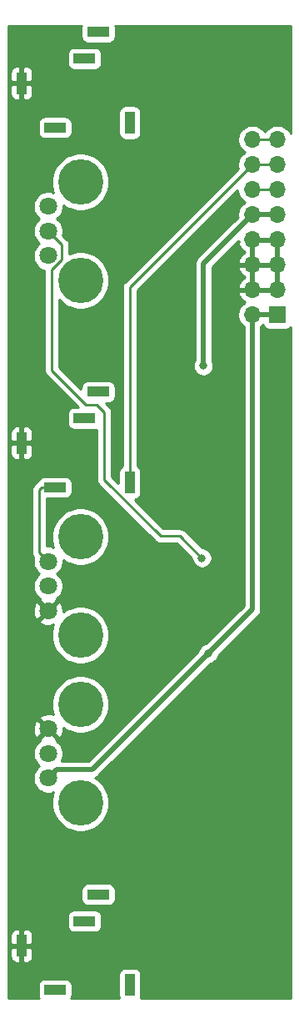
<source format=gbr>
G04 #@! TF.GenerationSoftware,KiCad,Pcbnew,(5.1.5)-3*
G04 #@! TF.CreationDate,2020-08-10T17:15:24-07:00*
G04 #@! TF.ProjectId,Notch_Filter,4e6f7463-685f-4466-996c-7465722e6b69,rev?*
G04 #@! TF.SameCoordinates,Original*
G04 #@! TF.FileFunction,Copper,L2,Bot*
G04 #@! TF.FilePolarity,Positive*
%FSLAX46Y46*%
G04 Gerber Fmt 4.6, Leading zero omitted, Abs format (unit mm)*
G04 Created by KiCad (PCBNEW (5.1.5)-3) date 2020-08-10 17:15:24*
%MOMM*%
%LPD*%
G04 APERTURE LIST*
%ADD10C,4.600000*%
%ADD11C,1.800000*%
%ADD12R,1.000000X2.200000*%
%ADD13R,2.200000X1.000000*%
%ADD14O,1.700000X1.700000*%
%ADD15R,1.700000X1.700000*%
%ADD16C,0.800000*%
%ADD17C,0.500000*%
%ADD18C,0.250000*%
%ADD19C,0.254000*%
G04 APERTURE END LIST*
D10*
X8000000Y-16500000D03*
X8000000Y-26500000D03*
D11*
X4700000Y-19000000D03*
X4700000Y-21500000D03*
X4700000Y-24000000D03*
D12*
X2000000Y-6500000D03*
D13*
X5400000Y-11000000D03*
D12*
X13000000Y-10500000D03*
D13*
X8400000Y-4000000D03*
X9800000Y-1300000D03*
D12*
X2000000Y-94000000D03*
D13*
X5400000Y-98500000D03*
D12*
X13000000Y-98000000D03*
D13*
X8400000Y-91500000D03*
X9800000Y-88800000D03*
D14*
X25460000Y-12220000D03*
X28000000Y-12220000D03*
X25460000Y-14760000D03*
X28000000Y-14760000D03*
X25460000Y-17300000D03*
X28000000Y-17300000D03*
X25460000Y-19840000D03*
X28000000Y-19840000D03*
X25460000Y-22380000D03*
X28000000Y-22380000D03*
X25460000Y-24920000D03*
X28000000Y-24920000D03*
X25460000Y-27460000D03*
X28000000Y-27460000D03*
X25460000Y-30000000D03*
D15*
X28000000Y-30000000D03*
D13*
X9800000Y-37800000D03*
X8400000Y-40500000D03*
D12*
X13000000Y-47000000D03*
D13*
X5400000Y-47500000D03*
D12*
X2000000Y-43000000D03*
D11*
X4700000Y-60000000D03*
X4700000Y-57500000D03*
X4700000Y-55000000D03*
D10*
X8000000Y-62500000D03*
X8000000Y-52500000D03*
X8000000Y-69500000D03*
X8000000Y-79500000D03*
D11*
X4700000Y-72000000D03*
X4700000Y-74500000D03*
X4700000Y-77000000D03*
D16*
X24638200Y-78490600D03*
X24717800Y-82818100D03*
X17730000Y-54573700D03*
X17000000Y-89837700D03*
X24630200Y-65907400D03*
X17000000Y-64167600D03*
X21000000Y-45197700D03*
X24638000Y-71120000D03*
X28500000Y-1500000D03*
X27000000Y-1500000D03*
X28500000Y-3000000D03*
X1500000Y-1500000D03*
X3000000Y-1500000D03*
X1500000Y-3000000D03*
X1500000Y-98500000D03*
X3000000Y-98500000D03*
X1500000Y-97000000D03*
X28500000Y-98500000D03*
X28500000Y-97000000D03*
X27000000Y-98500000D03*
X28000000Y-53000000D03*
X28000000Y-33000000D03*
X20487700Y-35166900D03*
X20988000Y-64332400D03*
X20334500Y-54664800D03*
D17*
X20487700Y-35166900D02*
X20487700Y-24812300D01*
X20487700Y-24812300D02*
X25460000Y-19840000D01*
X25460000Y-19840000D02*
X26399700Y-19840000D01*
X28000000Y-19840000D02*
X26399700Y-19840000D01*
X25460000Y-30000000D02*
X25460000Y-59860400D01*
X25460000Y-59860400D02*
X20988000Y-64332400D01*
X25460000Y-30000000D02*
X26399700Y-30000000D01*
X20988000Y-64332400D02*
X9170000Y-76150400D01*
X9170000Y-76150400D02*
X5549600Y-76150400D01*
X5549600Y-76150400D02*
X4700000Y-77000000D01*
X28000000Y-30000000D02*
X26399700Y-30000000D01*
D18*
X28000000Y-12220000D02*
X25460000Y-12220000D01*
X25460000Y-14760000D02*
X28000000Y-14760000D01*
X13000000Y-27220000D02*
X13000000Y-47000000D01*
X25460000Y-14760000D02*
X13000000Y-27220000D01*
X28000000Y-17300000D02*
X25460000Y-17300000D01*
X4062000Y-47500000D02*
X5400000Y-47500000D01*
X3810000Y-47752000D02*
X4062000Y-47500000D01*
X4700000Y-55000000D02*
X3810000Y-54110000D01*
X3810000Y-54110000D02*
X3810000Y-47752000D01*
X6096000Y-22896000D02*
X4700000Y-21500000D01*
X9652000Y-39116000D02*
X8562600Y-39116000D01*
X18114400Y-52444700D02*
X16122700Y-52444700D01*
X10414000Y-39878000D02*
X9652000Y-39116000D01*
X5080000Y-35633400D02*
X5080000Y-25426600D01*
X20334500Y-54664800D02*
X18114400Y-52444700D01*
X6096000Y-24410600D02*
X6096000Y-22896000D01*
X5080000Y-25426600D02*
X6096000Y-24410600D01*
X8562600Y-39116000D02*
X5080000Y-35633400D01*
X16122700Y-52444700D02*
X10414000Y-46736000D01*
X10414000Y-46736000D02*
X10414000Y-39878000D01*
D19*
G36*
X8074188Y-675518D02*
G01*
X8061928Y-800000D01*
X8061928Y-1800000D01*
X8074188Y-1924482D01*
X8110498Y-2044180D01*
X8169463Y-2154494D01*
X8248815Y-2251185D01*
X8345506Y-2330537D01*
X8455820Y-2389502D01*
X8575518Y-2425812D01*
X8700000Y-2438072D01*
X10900000Y-2438072D01*
X11024482Y-2425812D01*
X11144180Y-2389502D01*
X11254494Y-2330537D01*
X11351185Y-2251185D01*
X11430537Y-2154494D01*
X11489502Y-2044180D01*
X11525812Y-1924482D01*
X11538072Y-1800000D01*
X11538072Y-800000D01*
X11525812Y-675518D01*
X11521105Y-660000D01*
X29340000Y-660000D01*
X29340000Y-11574555D01*
X29315990Y-11516589D01*
X29153475Y-11273368D01*
X28946632Y-11066525D01*
X28703411Y-10904010D01*
X28433158Y-10792068D01*
X28146260Y-10735000D01*
X27853740Y-10735000D01*
X27566842Y-10792068D01*
X27296589Y-10904010D01*
X27053368Y-11066525D01*
X26846525Y-11273368D01*
X26730000Y-11447760D01*
X26613475Y-11273368D01*
X26406632Y-11066525D01*
X26163411Y-10904010D01*
X25893158Y-10792068D01*
X25606260Y-10735000D01*
X25313740Y-10735000D01*
X25026842Y-10792068D01*
X24756589Y-10904010D01*
X24513368Y-11066525D01*
X24306525Y-11273368D01*
X24144010Y-11516589D01*
X24032068Y-11786842D01*
X23975000Y-12073740D01*
X23975000Y-12366260D01*
X24032068Y-12653158D01*
X24144010Y-12923411D01*
X24306525Y-13166632D01*
X24513368Y-13373475D01*
X24687760Y-13490000D01*
X24513368Y-13606525D01*
X24306525Y-13813368D01*
X24144010Y-14056589D01*
X24032068Y-14326842D01*
X23975000Y-14613740D01*
X23975000Y-14906260D01*
X24018790Y-15126408D01*
X12489003Y-26656196D01*
X12459999Y-26679999D01*
X12404871Y-26747174D01*
X12365026Y-26795724D01*
X12294455Y-26927753D01*
X12294454Y-26927754D01*
X12250997Y-27071015D01*
X12240000Y-27182668D01*
X12240000Y-27182678D01*
X12236324Y-27220000D01*
X12240000Y-27257322D01*
X12240001Y-45318954D01*
X12145506Y-45369463D01*
X12048815Y-45448815D01*
X11969463Y-45545506D01*
X11910498Y-45655820D01*
X11874188Y-45775518D01*
X11861928Y-45900000D01*
X11861928Y-47109127D01*
X11174000Y-46421199D01*
X11174000Y-39915325D01*
X11177676Y-39878000D01*
X11174000Y-39840675D01*
X11174000Y-39840667D01*
X11163003Y-39729014D01*
X11119546Y-39585753D01*
X11048974Y-39453724D01*
X10954001Y-39337999D01*
X10925002Y-39314201D01*
X10548873Y-38938072D01*
X10900000Y-38938072D01*
X11024482Y-38925812D01*
X11144180Y-38889502D01*
X11254494Y-38830537D01*
X11351185Y-38751185D01*
X11430537Y-38654494D01*
X11489502Y-38544180D01*
X11525812Y-38424482D01*
X11538072Y-38300000D01*
X11538072Y-37300000D01*
X11525812Y-37175518D01*
X11489502Y-37055820D01*
X11430537Y-36945506D01*
X11351185Y-36848815D01*
X11254494Y-36769463D01*
X11144180Y-36710498D01*
X11024482Y-36674188D01*
X10900000Y-36661928D01*
X8700000Y-36661928D01*
X8575518Y-36674188D01*
X8455820Y-36710498D01*
X8345506Y-36769463D01*
X8248815Y-36848815D01*
X8169463Y-36945506D01*
X8110498Y-37055820D01*
X8074188Y-37175518D01*
X8061928Y-37300000D01*
X8061928Y-37540526D01*
X5840000Y-35318599D01*
X5840000Y-28490716D01*
X6129047Y-28779763D01*
X6609756Y-29100963D01*
X7143892Y-29322209D01*
X7710928Y-29435000D01*
X8289072Y-29435000D01*
X8856108Y-29322209D01*
X9390244Y-29100963D01*
X9870953Y-28779763D01*
X10279763Y-28370953D01*
X10600963Y-27890244D01*
X10822209Y-27356108D01*
X10935000Y-26789072D01*
X10935000Y-26210928D01*
X10822209Y-25643892D01*
X10600963Y-25109756D01*
X10279763Y-24629047D01*
X9870953Y-24220237D01*
X9390244Y-23899037D01*
X8856108Y-23677791D01*
X8289072Y-23565000D01*
X7710928Y-23565000D01*
X7143892Y-23677791D01*
X6856000Y-23797040D01*
X6856000Y-22933322D01*
X6859676Y-22895999D01*
X6856000Y-22858676D01*
X6856000Y-22858667D01*
X6845003Y-22747014D01*
X6801546Y-22603753D01*
X6734599Y-22478505D01*
X6730974Y-22471723D01*
X6659799Y-22384997D01*
X6636001Y-22355999D01*
X6607003Y-22332201D01*
X6183731Y-21908930D01*
X6235000Y-21651184D01*
X6235000Y-21348816D01*
X6176011Y-21052257D01*
X6060299Y-20772905D01*
X5892312Y-20521495D01*
X5678505Y-20307688D01*
X5592169Y-20250000D01*
X5678505Y-20192312D01*
X5892312Y-19978505D01*
X6060299Y-19727095D01*
X6176011Y-19447743D01*
X6235000Y-19151184D01*
X6235000Y-18850559D01*
X6609756Y-19100963D01*
X7143892Y-19322209D01*
X7710928Y-19435000D01*
X8289072Y-19435000D01*
X8856108Y-19322209D01*
X9390244Y-19100963D01*
X9870953Y-18779763D01*
X10279763Y-18370953D01*
X10600963Y-17890244D01*
X10822209Y-17356108D01*
X10935000Y-16789072D01*
X10935000Y-16210928D01*
X10822209Y-15643892D01*
X10600963Y-15109756D01*
X10279763Y-14629047D01*
X9870953Y-14220237D01*
X9390244Y-13899037D01*
X8856108Y-13677791D01*
X8289072Y-13565000D01*
X7710928Y-13565000D01*
X7143892Y-13677791D01*
X6609756Y-13899037D01*
X6129047Y-14220237D01*
X5720237Y-14629047D01*
X5399037Y-15109756D01*
X5177791Y-15643892D01*
X5065000Y-16210928D01*
X5065000Y-16789072D01*
X5177791Y-17356108D01*
X5267955Y-17573783D01*
X5147743Y-17523989D01*
X4851184Y-17465000D01*
X4548816Y-17465000D01*
X4252257Y-17523989D01*
X3972905Y-17639701D01*
X3721495Y-17807688D01*
X3507688Y-18021495D01*
X3339701Y-18272905D01*
X3223989Y-18552257D01*
X3165000Y-18848816D01*
X3165000Y-19151184D01*
X3223989Y-19447743D01*
X3339701Y-19727095D01*
X3507688Y-19978505D01*
X3721495Y-20192312D01*
X3807831Y-20250000D01*
X3721495Y-20307688D01*
X3507688Y-20521495D01*
X3339701Y-20772905D01*
X3223989Y-21052257D01*
X3165000Y-21348816D01*
X3165000Y-21651184D01*
X3223989Y-21947743D01*
X3339701Y-22227095D01*
X3507688Y-22478505D01*
X3721495Y-22692312D01*
X3807831Y-22750000D01*
X3721495Y-22807688D01*
X3507688Y-23021495D01*
X3339701Y-23272905D01*
X3223989Y-23552257D01*
X3165000Y-23848816D01*
X3165000Y-24151184D01*
X3223989Y-24447743D01*
X3339701Y-24727095D01*
X3507688Y-24978505D01*
X3721495Y-25192312D01*
X3972905Y-25360299D01*
X4252257Y-25476011D01*
X4320001Y-25489486D01*
X4320000Y-35596078D01*
X4316324Y-35633400D01*
X4320000Y-35670722D01*
X4320000Y-35670732D01*
X4330997Y-35782385D01*
X4344432Y-35826674D01*
X4374454Y-35925646D01*
X4445026Y-36057676D01*
X4466716Y-36084105D01*
X4539999Y-36173401D01*
X4569003Y-36197204D01*
X7733726Y-39361928D01*
X7300000Y-39361928D01*
X7175518Y-39374188D01*
X7055820Y-39410498D01*
X6945506Y-39469463D01*
X6848815Y-39548815D01*
X6769463Y-39645506D01*
X6710498Y-39755820D01*
X6674188Y-39875518D01*
X6661928Y-40000000D01*
X6661928Y-41000000D01*
X6674188Y-41124482D01*
X6710498Y-41244180D01*
X6769463Y-41354494D01*
X6848815Y-41451185D01*
X6945506Y-41530537D01*
X7055820Y-41589502D01*
X7175518Y-41625812D01*
X7300000Y-41638072D01*
X9500000Y-41638072D01*
X9624482Y-41625812D01*
X9654001Y-41616858D01*
X9654000Y-46698677D01*
X9650324Y-46736000D01*
X9654000Y-46773322D01*
X9654000Y-46773332D01*
X9664997Y-46884985D01*
X9687752Y-46959999D01*
X9708454Y-47028246D01*
X9779026Y-47160276D01*
X9817990Y-47207753D01*
X9873999Y-47276001D01*
X9903003Y-47299804D01*
X15558900Y-52955702D01*
X15582699Y-52984701D01*
X15611697Y-53008499D01*
X15698423Y-53079674D01*
X15830453Y-53150246D01*
X15973714Y-53193703D01*
X16085367Y-53204700D01*
X16085377Y-53204700D01*
X16122700Y-53208376D01*
X16160023Y-53204700D01*
X17799599Y-53204700D01*
X19299500Y-54704602D01*
X19299500Y-54766739D01*
X19339274Y-54966698D01*
X19417295Y-55155056D01*
X19530563Y-55324574D01*
X19674726Y-55468737D01*
X19844244Y-55582005D01*
X20032602Y-55660026D01*
X20232561Y-55699800D01*
X20436439Y-55699800D01*
X20636398Y-55660026D01*
X20824756Y-55582005D01*
X20994274Y-55468737D01*
X21138437Y-55324574D01*
X21251705Y-55155056D01*
X21329726Y-54966698D01*
X21369500Y-54766739D01*
X21369500Y-54562861D01*
X21329726Y-54362902D01*
X21251705Y-54174544D01*
X21138437Y-54005026D01*
X20994274Y-53860863D01*
X20824756Y-53747595D01*
X20636398Y-53669574D01*
X20436439Y-53629800D01*
X20374302Y-53629800D01*
X18678204Y-51933703D01*
X18654401Y-51904699D01*
X18538676Y-51809726D01*
X18406647Y-51739154D01*
X18263386Y-51695697D01*
X18151733Y-51684700D01*
X18151722Y-51684700D01*
X18114400Y-51681024D01*
X18077078Y-51684700D01*
X16437502Y-51684700D01*
X13490873Y-48738072D01*
X13500000Y-48738072D01*
X13624482Y-48725812D01*
X13744180Y-48689502D01*
X13854494Y-48630537D01*
X13951185Y-48551185D01*
X14030537Y-48454494D01*
X14089502Y-48344180D01*
X14125812Y-48224482D01*
X14138072Y-48100000D01*
X14138072Y-45900000D01*
X14125812Y-45775518D01*
X14089502Y-45655820D01*
X14030537Y-45545506D01*
X13951185Y-45448815D01*
X13854494Y-45369463D01*
X13760000Y-45318954D01*
X13760000Y-27534801D01*
X23975000Y-17319802D01*
X23975000Y-17446260D01*
X24032068Y-17733158D01*
X24144010Y-18003411D01*
X24306525Y-18246632D01*
X24513368Y-18453475D01*
X24687760Y-18570000D01*
X24513368Y-18686525D01*
X24306525Y-18893368D01*
X24144010Y-19136589D01*
X24032068Y-19406842D01*
X23975000Y-19693740D01*
X23975000Y-19986260D01*
X23989461Y-20058960D01*
X19892652Y-24155770D01*
X19858884Y-24183483D01*
X19831171Y-24217251D01*
X19831168Y-24217254D01*
X19748290Y-24318241D01*
X19666112Y-24471987D01*
X19615505Y-24638810D01*
X19598419Y-24812300D01*
X19602701Y-24855779D01*
X19602700Y-34628446D01*
X19570495Y-34676644D01*
X19492474Y-34865002D01*
X19452700Y-35064961D01*
X19452700Y-35268839D01*
X19492474Y-35468798D01*
X19570495Y-35657156D01*
X19683763Y-35826674D01*
X19827926Y-35970837D01*
X19997444Y-36084105D01*
X20185802Y-36162126D01*
X20385761Y-36201900D01*
X20589639Y-36201900D01*
X20789598Y-36162126D01*
X20977956Y-36084105D01*
X21147474Y-35970837D01*
X21291637Y-35826674D01*
X21404905Y-35657156D01*
X21482926Y-35468798D01*
X21522700Y-35268839D01*
X21522700Y-35064961D01*
X21482926Y-34865002D01*
X21404905Y-34676644D01*
X21372700Y-34628446D01*
X21372700Y-25276890D01*
X24018524Y-25276890D01*
X24063175Y-25424099D01*
X24188359Y-25686920D01*
X24362412Y-25920269D01*
X24578645Y-26115178D01*
X24704255Y-26190000D01*
X24578645Y-26264822D01*
X24362412Y-26459731D01*
X24188359Y-26693080D01*
X24063175Y-26955901D01*
X24018524Y-27103110D01*
X24139845Y-27333000D01*
X25333000Y-27333000D01*
X25333000Y-25047000D01*
X25587000Y-25047000D01*
X25587000Y-27333000D01*
X27873000Y-27333000D01*
X27873000Y-25047000D01*
X25587000Y-25047000D01*
X25333000Y-25047000D01*
X24139845Y-25047000D01*
X24018524Y-25276890D01*
X21372700Y-25276890D01*
X21372700Y-25178878D01*
X24044577Y-22507002D01*
X24139844Y-22507002D01*
X24018524Y-22736890D01*
X24063175Y-22884099D01*
X24188359Y-23146920D01*
X24362412Y-23380269D01*
X24578645Y-23575178D01*
X24704255Y-23650000D01*
X24578645Y-23724822D01*
X24362412Y-23919731D01*
X24188359Y-24153080D01*
X24063175Y-24415901D01*
X24018524Y-24563110D01*
X24139845Y-24793000D01*
X25333000Y-24793000D01*
X25333000Y-22507000D01*
X25587000Y-22507000D01*
X25587000Y-24793000D01*
X27873000Y-24793000D01*
X27873000Y-22507000D01*
X25587000Y-22507000D01*
X25333000Y-22507000D01*
X25313000Y-22507000D01*
X25313000Y-22253000D01*
X25333000Y-22253000D01*
X25333000Y-22233000D01*
X25587000Y-22233000D01*
X25587000Y-22253000D01*
X27873000Y-22253000D01*
X27873000Y-22233000D01*
X28127000Y-22233000D01*
X28127000Y-22253000D01*
X28147000Y-22253000D01*
X28147000Y-22507000D01*
X28127000Y-22507000D01*
X28127000Y-24793000D01*
X28147000Y-24793000D01*
X28147000Y-25047000D01*
X28127000Y-25047000D01*
X28127000Y-27333000D01*
X28147000Y-27333000D01*
X28147000Y-27587000D01*
X28127000Y-27587000D01*
X28127000Y-27607000D01*
X27873000Y-27607000D01*
X27873000Y-27587000D01*
X25587000Y-27587000D01*
X25587000Y-27607000D01*
X25333000Y-27607000D01*
X25333000Y-27587000D01*
X24139845Y-27587000D01*
X24018524Y-27816890D01*
X24063175Y-27964099D01*
X24188359Y-28226920D01*
X24362412Y-28460269D01*
X24578645Y-28655178D01*
X24695534Y-28724805D01*
X24513368Y-28846525D01*
X24306525Y-29053368D01*
X24144010Y-29296589D01*
X24032068Y-29566842D01*
X23975000Y-29853740D01*
X23975000Y-30146260D01*
X24032068Y-30433158D01*
X24144010Y-30703411D01*
X24306525Y-30946632D01*
X24513368Y-31153475D01*
X24575000Y-31194656D01*
X24575001Y-59493820D01*
X20742957Y-63325865D01*
X20686102Y-63337174D01*
X20497744Y-63415195D01*
X20328226Y-63528463D01*
X20184063Y-63672626D01*
X20070795Y-63842144D01*
X19992774Y-64030502D01*
X19981465Y-64087356D01*
X8803422Y-75265400D01*
X6034704Y-75265400D01*
X6060299Y-75227095D01*
X6176011Y-74947743D01*
X6235000Y-74651184D01*
X6235000Y-74348816D01*
X6176011Y-74052257D01*
X6060299Y-73772905D01*
X5892312Y-73521495D01*
X5678505Y-73307688D01*
X5535690Y-73212262D01*
X5584475Y-73064080D01*
X4700000Y-72179605D01*
X3815525Y-73064080D01*
X3864310Y-73212262D01*
X3721495Y-73307688D01*
X3507688Y-73521495D01*
X3339701Y-73772905D01*
X3223989Y-74052257D01*
X3165000Y-74348816D01*
X3165000Y-74651184D01*
X3223989Y-74947743D01*
X3339701Y-75227095D01*
X3507688Y-75478505D01*
X3721495Y-75692312D01*
X3807831Y-75750000D01*
X3721495Y-75807688D01*
X3507688Y-76021495D01*
X3339701Y-76272905D01*
X3223989Y-76552257D01*
X3165000Y-76848816D01*
X3165000Y-77151184D01*
X3223989Y-77447743D01*
X3339701Y-77727095D01*
X3507688Y-77978505D01*
X3721495Y-78192312D01*
X3972905Y-78360299D01*
X4252257Y-78476011D01*
X4548816Y-78535000D01*
X4851184Y-78535000D01*
X5147743Y-78476011D01*
X5267955Y-78426217D01*
X5177791Y-78643892D01*
X5065000Y-79210928D01*
X5065000Y-79789072D01*
X5177791Y-80356108D01*
X5399037Y-80890244D01*
X5720237Y-81370953D01*
X6129047Y-81779763D01*
X6609756Y-82100963D01*
X7143892Y-82322209D01*
X7710928Y-82435000D01*
X8289072Y-82435000D01*
X8856108Y-82322209D01*
X9390244Y-82100963D01*
X9870953Y-81779763D01*
X10279763Y-81370953D01*
X10600963Y-80890244D01*
X10822209Y-80356108D01*
X10935000Y-79789072D01*
X10935000Y-79210928D01*
X10822209Y-78643892D01*
X10600963Y-78109756D01*
X10279763Y-77629047D01*
X9870953Y-77220237D01*
X9502824Y-76974261D01*
X9510313Y-76971989D01*
X9664059Y-76889811D01*
X9798817Y-76779217D01*
X9826534Y-76745444D01*
X21233044Y-65338935D01*
X21289898Y-65327626D01*
X21478256Y-65249605D01*
X21647774Y-65136337D01*
X21791937Y-64992174D01*
X21905205Y-64822656D01*
X21983226Y-64634298D01*
X21994535Y-64577443D01*
X26055049Y-60516930D01*
X26088817Y-60489217D01*
X26199411Y-60354459D01*
X26281589Y-60200713D01*
X26332195Y-60033890D01*
X26345000Y-59903877D01*
X26345000Y-59903867D01*
X26349281Y-59860401D01*
X26345000Y-59816934D01*
X26345000Y-31194656D01*
X26406632Y-31153475D01*
X26538487Y-31021620D01*
X26560498Y-31094180D01*
X26619463Y-31204494D01*
X26698815Y-31301185D01*
X26795506Y-31380537D01*
X26905820Y-31439502D01*
X27025518Y-31475812D01*
X27150000Y-31488072D01*
X28850000Y-31488072D01*
X28974482Y-31475812D01*
X29094180Y-31439502D01*
X29204494Y-31380537D01*
X29301185Y-31301185D01*
X29340000Y-31253888D01*
X29340001Y-99340000D01*
X14090770Y-99340000D01*
X14125812Y-99224482D01*
X14138072Y-99100000D01*
X14138072Y-96900000D01*
X14125812Y-96775518D01*
X14089502Y-96655820D01*
X14030537Y-96545506D01*
X13951185Y-96448815D01*
X13854494Y-96369463D01*
X13744180Y-96310498D01*
X13624482Y-96274188D01*
X13500000Y-96261928D01*
X12500000Y-96261928D01*
X12375518Y-96274188D01*
X12255820Y-96310498D01*
X12145506Y-96369463D01*
X12048815Y-96448815D01*
X11969463Y-96545506D01*
X11910498Y-96655820D01*
X11874188Y-96775518D01*
X11861928Y-96900000D01*
X11861928Y-99100000D01*
X11874188Y-99224482D01*
X11909230Y-99340000D01*
X7038284Y-99340000D01*
X7089502Y-99244180D01*
X7125812Y-99124482D01*
X7138072Y-99000000D01*
X7138072Y-98000000D01*
X7125812Y-97875518D01*
X7089502Y-97755820D01*
X7030537Y-97645506D01*
X6951185Y-97548815D01*
X6854494Y-97469463D01*
X6744180Y-97410498D01*
X6624482Y-97374188D01*
X6500000Y-97361928D01*
X4300000Y-97361928D01*
X4175518Y-97374188D01*
X4055820Y-97410498D01*
X3945506Y-97469463D01*
X3848815Y-97548815D01*
X3769463Y-97645506D01*
X3710498Y-97755820D01*
X3674188Y-97875518D01*
X3661928Y-98000000D01*
X3661928Y-99000000D01*
X3674188Y-99124482D01*
X3710498Y-99244180D01*
X3761716Y-99340000D01*
X660000Y-99340000D01*
X660000Y-95100000D01*
X861928Y-95100000D01*
X874188Y-95224482D01*
X910498Y-95344180D01*
X969463Y-95454494D01*
X1048815Y-95551185D01*
X1145506Y-95630537D01*
X1255820Y-95689502D01*
X1375518Y-95725812D01*
X1500000Y-95738072D01*
X1714250Y-95735000D01*
X1873000Y-95576250D01*
X1873000Y-94127000D01*
X2127000Y-94127000D01*
X2127000Y-95576250D01*
X2285750Y-95735000D01*
X2500000Y-95738072D01*
X2624482Y-95725812D01*
X2744180Y-95689502D01*
X2854494Y-95630537D01*
X2951185Y-95551185D01*
X3030537Y-95454494D01*
X3089502Y-95344180D01*
X3125812Y-95224482D01*
X3138072Y-95100000D01*
X3135000Y-94285750D01*
X2976250Y-94127000D01*
X2127000Y-94127000D01*
X1873000Y-94127000D01*
X1023750Y-94127000D01*
X865000Y-94285750D01*
X861928Y-95100000D01*
X660000Y-95100000D01*
X660000Y-92900000D01*
X861928Y-92900000D01*
X865000Y-93714250D01*
X1023750Y-93873000D01*
X1873000Y-93873000D01*
X1873000Y-92423750D01*
X2127000Y-92423750D01*
X2127000Y-93873000D01*
X2976250Y-93873000D01*
X3135000Y-93714250D01*
X3138072Y-92900000D01*
X3125812Y-92775518D01*
X3089502Y-92655820D01*
X3030537Y-92545506D01*
X2951185Y-92448815D01*
X2854494Y-92369463D01*
X2744180Y-92310498D01*
X2624482Y-92274188D01*
X2500000Y-92261928D01*
X2285750Y-92265000D01*
X2127000Y-92423750D01*
X1873000Y-92423750D01*
X1714250Y-92265000D01*
X1500000Y-92261928D01*
X1375518Y-92274188D01*
X1255820Y-92310498D01*
X1145506Y-92369463D01*
X1048815Y-92448815D01*
X969463Y-92545506D01*
X910498Y-92655820D01*
X874188Y-92775518D01*
X861928Y-92900000D01*
X660000Y-92900000D01*
X660000Y-91000000D01*
X6661928Y-91000000D01*
X6661928Y-92000000D01*
X6674188Y-92124482D01*
X6710498Y-92244180D01*
X6769463Y-92354494D01*
X6848815Y-92451185D01*
X6945506Y-92530537D01*
X7055820Y-92589502D01*
X7175518Y-92625812D01*
X7300000Y-92638072D01*
X9500000Y-92638072D01*
X9624482Y-92625812D01*
X9744180Y-92589502D01*
X9854494Y-92530537D01*
X9951185Y-92451185D01*
X10030537Y-92354494D01*
X10089502Y-92244180D01*
X10125812Y-92124482D01*
X10138072Y-92000000D01*
X10138072Y-91000000D01*
X10125812Y-90875518D01*
X10089502Y-90755820D01*
X10030537Y-90645506D01*
X9951185Y-90548815D01*
X9854494Y-90469463D01*
X9744180Y-90410498D01*
X9624482Y-90374188D01*
X9500000Y-90361928D01*
X7300000Y-90361928D01*
X7175518Y-90374188D01*
X7055820Y-90410498D01*
X6945506Y-90469463D01*
X6848815Y-90548815D01*
X6769463Y-90645506D01*
X6710498Y-90755820D01*
X6674188Y-90875518D01*
X6661928Y-91000000D01*
X660000Y-91000000D01*
X660000Y-88300000D01*
X8061928Y-88300000D01*
X8061928Y-89300000D01*
X8074188Y-89424482D01*
X8110498Y-89544180D01*
X8169463Y-89654494D01*
X8248815Y-89751185D01*
X8345506Y-89830537D01*
X8455820Y-89889502D01*
X8575518Y-89925812D01*
X8700000Y-89938072D01*
X10900000Y-89938072D01*
X11024482Y-89925812D01*
X11144180Y-89889502D01*
X11254494Y-89830537D01*
X11351185Y-89751185D01*
X11430537Y-89654494D01*
X11489502Y-89544180D01*
X11525812Y-89424482D01*
X11538072Y-89300000D01*
X11538072Y-88300000D01*
X11525812Y-88175518D01*
X11489502Y-88055820D01*
X11430537Y-87945506D01*
X11351185Y-87848815D01*
X11254494Y-87769463D01*
X11144180Y-87710498D01*
X11024482Y-87674188D01*
X10900000Y-87661928D01*
X8700000Y-87661928D01*
X8575518Y-87674188D01*
X8455820Y-87710498D01*
X8345506Y-87769463D01*
X8248815Y-87848815D01*
X8169463Y-87945506D01*
X8110498Y-88055820D01*
X8074188Y-88175518D01*
X8061928Y-88300000D01*
X660000Y-88300000D01*
X660000Y-72066553D01*
X3159009Y-72066553D01*
X3201603Y-72365907D01*
X3301778Y-72651199D01*
X3381739Y-72800792D01*
X3635920Y-72884475D01*
X4520395Y-72000000D01*
X3635920Y-71115525D01*
X3381739Y-71199208D01*
X3250842Y-71471775D01*
X3175635Y-71764642D01*
X3159009Y-72066553D01*
X660000Y-72066553D01*
X660000Y-70935920D01*
X3815525Y-70935920D01*
X4700000Y-71820395D01*
X4714143Y-71806253D01*
X4893748Y-71985858D01*
X4879605Y-72000000D01*
X5764080Y-72884475D01*
X6018261Y-72800792D01*
X6149158Y-72528225D01*
X6224365Y-72235358D01*
X6240991Y-71933447D01*
X6228587Y-71846274D01*
X6609756Y-72100963D01*
X7143892Y-72322209D01*
X7710928Y-72435000D01*
X8289072Y-72435000D01*
X8856108Y-72322209D01*
X9390244Y-72100963D01*
X9870953Y-71779763D01*
X10279763Y-71370953D01*
X10600963Y-70890244D01*
X10822209Y-70356108D01*
X10935000Y-69789072D01*
X10935000Y-69210928D01*
X10822209Y-68643892D01*
X10600963Y-68109756D01*
X10279763Y-67629047D01*
X9870953Y-67220237D01*
X9390244Y-66899037D01*
X8856108Y-66677791D01*
X8289072Y-66565000D01*
X7710928Y-66565000D01*
X7143892Y-66677791D01*
X6609756Y-66899037D01*
X6129047Y-67220237D01*
X5720237Y-67629047D01*
X5399037Y-68109756D01*
X5177791Y-68643892D01*
X5065000Y-69210928D01*
X5065000Y-69789072D01*
X5177791Y-70356108D01*
X5265958Y-70568963D01*
X5228225Y-70550842D01*
X4935358Y-70475635D01*
X4633447Y-70459009D01*
X4334093Y-70501603D01*
X4048801Y-70601778D01*
X3899208Y-70681739D01*
X3815525Y-70935920D01*
X660000Y-70935920D01*
X660000Y-61064080D01*
X3815525Y-61064080D01*
X3899208Y-61318261D01*
X4171775Y-61449158D01*
X4464642Y-61524365D01*
X4766553Y-61540991D01*
X5065907Y-61498397D01*
X5267356Y-61427662D01*
X5177791Y-61643892D01*
X5065000Y-62210928D01*
X5065000Y-62789072D01*
X5177791Y-63356108D01*
X5399037Y-63890244D01*
X5720237Y-64370953D01*
X6129047Y-64779763D01*
X6609756Y-65100963D01*
X7143892Y-65322209D01*
X7710928Y-65435000D01*
X8289072Y-65435000D01*
X8856108Y-65322209D01*
X9390244Y-65100963D01*
X9870953Y-64779763D01*
X10279763Y-64370953D01*
X10600963Y-63890244D01*
X10822209Y-63356108D01*
X10935000Y-62789072D01*
X10935000Y-62210928D01*
X10822209Y-61643892D01*
X10600963Y-61109756D01*
X10279763Y-60629047D01*
X9870953Y-60220237D01*
X9390244Y-59899037D01*
X8856108Y-59677791D01*
X8289072Y-59565000D01*
X7710928Y-59565000D01*
X7143892Y-59677791D01*
X6609756Y-59899037D01*
X6228871Y-60153537D01*
X6240991Y-59933447D01*
X6198397Y-59634093D01*
X6098222Y-59348801D01*
X6018261Y-59199208D01*
X5764080Y-59115525D01*
X4879605Y-60000000D01*
X4893748Y-60014143D01*
X4714143Y-60193748D01*
X4700000Y-60179605D01*
X3815525Y-61064080D01*
X660000Y-61064080D01*
X660000Y-60066553D01*
X3159009Y-60066553D01*
X3201603Y-60365907D01*
X3301778Y-60651199D01*
X3381739Y-60800792D01*
X3635920Y-60884475D01*
X4520395Y-60000000D01*
X3635920Y-59115525D01*
X3381739Y-59199208D01*
X3250842Y-59471775D01*
X3175635Y-59764642D01*
X3159009Y-60066553D01*
X660000Y-60066553D01*
X660000Y-47752000D01*
X3046324Y-47752000D01*
X3050001Y-47789332D01*
X3050000Y-54072677D01*
X3046324Y-54110000D01*
X3050000Y-54147322D01*
X3050000Y-54147332D01*
X3060997Y-54258985D01*
X3094962Y-54370953D01*
X3104454Y-54402246D01*
X3175026Y-54534276D01*
X3209041Y-54575723D01*
X3217316Y-54585806D01*
X3165000Y-54848816D01*
X3165000Y-55151184D01*
X3223989Y-55447743D01*
X3339701Y-55727095D01*
X3507688Y-55978505D01*
X3721495Y-56192312D01*
X3807831Y-56250000D01*
X3721495Y-56307688D01*
X3507688Y-56521495D01*
X3339701Y-56772905D01*
X3223989Y-57052257D01*
X3165000Y-57348816D01*
X3165000Y-57651184D01*
X3223989Y-57947743D01*
X3339701Y-58227095D01*
X3507688Y-58478505D01*
X3721495Y-58692312D01*
X3864310Y-58787738D01*
X3815525Y-58935920D01*
X4700000Y-59820395D01*
X5584475Y-58935920D01*
X5535690Y-58787738D01*
X5678505Y-58692312D01*
X5892312Y-58478505D01*
X6060299Y-58227095D01*
X6176011Y-57947743D01*
X6235000Y-57651184D01*
X6235000Y-57348816D01*
X6176011Y-57052257D01*
X6060299Y-56772905D01*
X5892312Y-56521495D01*
X5678505Y-56307688D01*
X5592169Y-56250000D01*
X5678505Y-56192312D01*
X5892312Y-55978505D01*
X6060299Y-55727095D01*
X6176011Y-55447743D01*
X6235000Y-55151184D01*
X6235000Y-54850559D01*
X6609756Y-55100963D01*
X7143892Y-55322209D01*
X7710928Y-55435000D01*
X8289072Y-55435000D01*
X8856108Y-55322209D01*
X9390244Y-55100963D01*
X9870953Y-54779763D01*
X10279763Y-54370953D01*
X10600963Y-53890244D01*
X10822209Y-53356108D01*
X10935000Y-52789072D01*
X10935000Y-52210928D01*
X10822209Y-51643892D01*
X10600963Y-51109756D01*
X10279763Y-50629047D01*
X9870953Y-50220237D01*
X9390244Y-49899037D01*
X8856108Y-49677791D01*
X8289072Y-49565000D01*
X7710928Y-49565000D01*
X7143892Y-49677791D01*
X6609756Y-49899037D01*
X6129047Y-50220237D01*
X5720237Y-50629047D01*
X5399037Y-51109756D01*
X5177791Y-51643892D01*
X5065000Y-52210928D01*
X5065000Y-52789072D01*
X5177791Y-53356108D01*
X5267955Y-53573783D01*
X5147743Y-53523989D01*
X4851184Y-53465000D01*
X4570000Y-53465000D01*
X4570000Y-48638072D01*
X6500000Y-48638072D01*
X6624482Y-48625812D01*
X6744180Y-48589502D01*
X6854494Y-48530537D01*
X6951185Y-48451185D01*
X7030537Y-48354494D01*
X7089502Y-48244180D01*
X7125812Y-48124482D01*
X7138072Y-48000000D01*
X7138072Y-47000000D01*
X7125812Y-46875518D01*
X7089502Y-46755820D01*
X7030537Y-46645506D01*
X6951185Y-46548815D01*
X6854494Y-46469463D01*
X6744180Y-46410498D01*
X6624482Y-46374188D01*
X6500000Y-46361928D01*
X4300000Y-46361928D01*
X4175518Y-46374188D01*
X4055820Y-46410498D01*
X3945506Y-46469463D01*
X3848815Y-46548815D01*
X3769463Y-46645506D01*
X3710498Y-46755820D01*
X3685043Y-46839733D01*
X3637724Y-46865026D01*
X3521999Y-46959999D01*
X3498196Y-46989003D01*
X3298998Y-47188201D01*
X3270000Y-47211999D01*
X3246202Y-47240997D01*
X3246201Y-47240998D01*
X3175026Y-47327724D01*
X3104454Y-47459754D01*
X3060998Y-47603015D01*
X3046324Y-47752000D01*
X660000Y-47752000D01*
X660000Y-44100000D01*
X861928Y-44100000D01*
X874188Y-44224482D01*
X910498Y-44344180D01*
X969463Y-44454494D01*
X1048815Y-44551185D01*
X1145506Y-44630537D01*
X1255820Y-44689502D01*
X1375518Y-44725812D01*
X1500000Y-44738072D01*
X1714250Y-44735000D01*
X1873000Y-44576250D01*
X1873000Y-43127000D01*
X2127000Y-43127000D01*
X2127000Y-44576250D01*
X2285750Y-44735000D01*
X2500000Y-44738072D01*
X2624482Y-44725812D01*
X2744180Y-44689502D01*
X2854494Y-44630537D01*
X2951185Y-44551185D01*
X3030537Y-44454494D01*
X3089502Y-44344180D01*
X3125812Y-44224482D01*
X3138072Y-44100000D01*
X3135000Y-43285750D01*
X2976250Y-43127000D01*
X2127000Y-43127000D01*
X1873000Y-43127000D01*
X1023750Y-43127000D01*
X865000Y-43285750D01*
X861928Y-44100000D01*
X660000Y-44100000D01*
X660000Y-41900000D01*
X861928Y-41900000D01*
X865000Y-42714250D01*
X1023750Y-42873000D01*
X1873000Y-42873000D01*
X1873000Y-41423750D01*
X2127000Y-41423750D01*
X2127000Y-42873000D01*
X2976250Y-42873000D01*
X3135000Y-42714250D01*
X3138072Y-41900000D01*
X3125812Y-41775518D01*
X3089502Y-41655820D01*
X3030537Y-41545506D01*
X2951185Y-41448815D01*
X2854494Y-41369463D01*
X2744180Y-41310498D01*
X2624482Y-41274188D01*
X2500000Y-41261928D01*
X2285750Y-41265000D01*
X2127000Y-41423750D01*
X1873000Y-41423750D01*
X1714250Y-41265000D01*
X1500000Y-41261928D01*
X1375518Y-41274188D01*
X1255820Y-41310498D01*
X1145506Y-41369463D01*
X1048815Y-41448815D01*
X969463Y-41545506D01*
X910498Y-41655820D01*
X874188Y-41775518D01*
X861928Y-41900000D01*
X660000Y-41900000D01*
X660000Y-10500000D01*
X3661928Y-10500000D01*
X3661928Y-11500000D01*
X3674188Y-11624482D01*
X3710498Y-11744180D01*
X3769463Y-11854494D01*
X3848815Y-11951185D01*
X3945506Y-12030537D01*
X4055820Y-12089502D01*
X4175518Y-12125812D01*
X4300000Y-12138072D01*
X6500000Y-12138072D01*
X6624482Y-12125812D01*
X6744180Y-12089502D01*
X6854494Y-12030537D01*
X6951185Y-11951185D01*
X7030537Y-11854494D01*
X7089502Y-11744180D01*
X7125812Y-11624482D01*
X7138072Y-11500000D01*
X7138072Y-10500000D01*
X7125812Y-10375518D01*
X7089502Y-10255820D01*
X7030537Y-10145506D01*
X6951185Y-10048815D01*
X6854494Y-9969463D01*
X6744180Y-9910498D01*
X6624482Y-9874188D01*
X6500000Y-9861928D01*
X4300000Y-9861928D01*
X4175518Y-9874188D01*
X4055820Y-9910498D01*
X3945506Y-9969463D01*
X3848815Y-10048815D01*
X3769463Y-10145506D01*
X3710498Y-10255820D01*
X3674188Y-10375518D01*
X3661928Y-10500000D01*
X660000Y-10500000D01*
X660000Y-9400000D01*
X11861928Y-9400000D01*
X11861928Y-11600000D01*
X11874188Y-11724482D01*
X11910498Y-11844180D01*
X11969463Y-11954494D01*
X12048815Y-12051185D01*
X12145506Y-12130537D01*
X12255820Y-12189502D01*
X12375518Y-12225812D01*
X12500000Y-12238072D01*
X13500000Y-12238072D01*
X13624482Y-12225812D01*
X13744180Y-12189502D01*
X13854494Y-12130537D01*
X13951185Y-12051185D01*
X14030537Y-11954494D01*
X14089502Y-11844180D01*
X14125812Y-11724482D01*
X14138072Y-11600000D01*
X14138072Y-9400000D01*
X14125812Y-9275518D01*
X14089502Y-9155820D01*
X14030537Y-9045506D01*
X13951185Y-8948815D01*
X13854494Y-8869463D01*
X13744180Y-8810498D01*
X13624482Y-8774188D01*
X13500000Y-8761928D01*
X12500000Y-8761928D01*
X12375518Y-8774188D01*
X12255820Y-8810498D01*
X12145506Y-8869463D01*
X12048815Y-8948815D01*
X11969463Y-9045506D01*
X11910498Y-9155820D01*
X11874188Y-9275518D01*
X11861928Y-9400000D01*
X660000Y-9400000D01*
X660000Y-7600000D01*
X861928Y-7600000D01*
X874188Y-7724482D01*
X910498Y-7844180D01*
X969463Y-7954494D01*
X1048815Y-8051185D01*
X1145506Y-8130537D01*
X1255820Y-8189502D01*
X1375518Y-8225812D01*
X1500000Y-8238072D01*
X1714250Y-8235000D01*
X1873000Y-8076250D01*
X1873000Y-6627000D01*
X2127000Y-6627000D01*
X2127000Y-8076250D01*
X2285750Y-8235000D01*
X2500000Y-8238072D01*
X2624482Y-8225812D01*
X2744180Y-8189502D01*
X2854494Y-8130537D01*
X2951185Y-8051185D01*
X3030537Y-7954494D01*
X3089502Y-7844180D01*
X3125812Y-7724482D01*
X3138072Y-7600000D01*
X3135000Y-6785750D01*
X2976250Y-6627000D01*
X2127000Y-6627000D01*
X1873000Y-6627000D01*
X1023750Y-6627000D01*
X865000Y-6785750D01*
X861928Y-7600000D01*
X660000Y-7600000D01*
X660000Y-5400000D01*
X861928Y-5400000D01*
X865000Y-6214250D01*
X1023750Y-6373000D01*
X1873000Y-6373000D01*
X1873000Y-4923750D01*
X2127000Y-4923750D01*
X2127000Y-6373000D01*
X2976250Y-6373000D01*
X3135000Y-6214250D01*
X3138072Y-5400000D01*
X3125812Y-5275518D01*
X3089502Y-5155820D01*
X3030537Y-5045506D01*
X2951185Y-4948815D01*
X2854494Y-4869463D01*
X2744180Y-4810498D01*
X2624482Y-4774188D01*
X2500000Y-4761928D01*
X2285750Y-4765000D01*
X2127000Y-4923750D01*
X1873000Y-4923750D01*
X1714250Y-4765000D01*
X1500000Y-4761928D01*
X1375518Y-4774188D01*
X1255820Y-4810498D01*
X1145506Y-4869463D01*
X1048815Y-4948815D01*
X969463Y-5045506D01*
X910498Y-5155820D01*
X874188Y-5275518D01*
X861928Y-5400000D01*
X660000Y-5400000D01*
X660000Y-3500000D01*
X6661928Y-3500000D01*
X6661928Y-4500000D01*
X6674188Y-4624482D01*
X6710498Y-4744180D01*
X6769463Y-4854494D01*
X6848815Y-4951185D01*
X6945506Y-5030537D01*
X7055820Y-5089502D01*
X7175518Y-5125812D01*
X7300000Y-5138072D01*
X9500000Y-5138072D01*
X9624482Y-5125812D01*
X9744180Y-5089502D01*
X9854494Y-5030537D01*
X9951185Y-4951185D01*
X10030537Y-4854494D01*
X10089502Y-4744180D01*
X10125812Y-4624482D01*
X10138072Y-4500000D01*
X10138072Y-3500000D01*
X10125812Y-3375518D01*
X10089502Y-3255820D01*
X10030537Y-3145506D01*
X9951185Y-3048815D01*
X9854494Y-2969463D01*
X9744180Y-2910498D01*
X9624482Y-2874188D01*
X9500000Y-2861928D01*
X7300000Y-2861928D01*
X7175518Y-2874188D01*
X7055820Y-2910498D01*
X6945506Y-2969463D01*
X6848815Y-3048815D01*
X6769463Y-3145506D01*
X6710498Y-3255820D01*
X6674188Y-3375518D01*
X6661928Y-3500000D01*
X660000Y-3500000D01*
X660000Y-660000D01*
X8078895Y-660000D01*
X8074188Y-675518D01*
G37*
X8074188Y-675518D02*
X8061928Y-800000D01*
X8061928Y-1800000D01*
X8074188Y-1924482D01*
X8110498Y-2044180D01*
X8169463Y-2154494D01*
X8248815Y-2251185D01*
X8345506Y-2330537D01*
X8455820Y-2389502D01*
X8575518Y-2425812D01*
X8700000Y-2438072D01*
X10900000Y-2438072D01*
X11024482Y-2425812D01*
X11144180Y-2389502D01*
X11254494Y-2330537D01*
X11351185Y-2251185D01*
X11430537Y-2154494D01*
X11489502Y-2044180D01*
X11525812Y-1924482D01*
X11538072Y-1800000D01*
X11538072Y-800000D01*
X11525812Y-675518D01*
X11521105Y-660000D01*
X29340000Y-660000D01*
X29340000Y-11574555D01*
X29315990Y-11516589D01*
X29153475Y-11273368D01*
X28946632Y-11066525D01*
X28703411Y-10904010D01*
X28433158Y-10792068D01*
X28146260Y-10735000D01*
X27853740Y-10735000D01*
X27566842Y-10792068D01*
X27296589Y-10904010D01*
X27053368Y-11066525D01*
X26846525Y-11273368D01*
X26730000Y-11447760D01*
X26613475Y-11273368D01*
X26406632Y-11066525D01*
X26163411Y-10904010D01*
X25893158Y-10792068D01*
X25606260Y-10735000D01*
X25313740Y-10735000D01*
X25026842Y-10792068D01*
X24756589Y-10904010D01*
X24513368Y-11066525D01*
X24306525Y-11273368D01*
X24144010Y-11516589D01*
X24032068Y-11786842D01*
X23975000Y-12073740D01*
X23975000Y-12366260D01*
X24032068Y-12653158D01*
X24144010Y-12923411D01*
X24306525Y-13166632D01*
X24513368Y-13373475D01*
X24687760Y-13490000D01*
X24513368Y-13606525D01*
X24306525Y-13813368D01*
X24144010Y-14056589D01*
X24032068Y-14326842D01*
X23975000Y-14613740D01*
X23975000Y-14906260D01*
X24018790Y-15126408D01*
X12489003Y-26656196D01*
X12459999Y-26679999D01*
X12404871Y-26747174D01*
X12365026Y-26795724D01*
X12294455Y-26927753D01*
X12294454Y-26927754D01*
X12250997Y-27071015D01*
X12240000Y-27182668D01*
X12240000Y-27182678D01*
X12236324Y-27220000D01*
X12240000Y-27257322D01*
X12240001Y-45318954D01*
X12145506Y-45369463D01*
X12048815Y-45448815D01*
X11969463Y-45545506D01*
X11910498Y-45655820D01*
X11874188Y-45775518D01*
X11861928Y-45900000D01*
X11861928Y-47109127D01*
X11174000Y-46421199D01*
X11174000Y-39915325D01*
X11177676Y-39878000D01*
X11174000Y-39840675D01*
X11174000Y-39840667D01*
X11163003Y-39729014D01*
X11119546Y-39585753D01*
X11048974Y-39453724D01*
X10954001Y-39337999D01*
X10925002Y-39314201D01*
X10548873Y-38938072D01*
X10900000Y-38938072D01*
X11024482Y-38925812D01*
X11144180Y-38889502D01*
X11254494Y-38830537D01*
X11351185Y-38751185D01*
X11430537Y-38654494D01*
X11489502Y-38544180D01*
X11525812Y-38424482D01*
X11538072Y-38300000D01*
X11538072Y-37300000D01*
X11525812Y-37175518D01*
X11489502Y-37055820D01*
X11430537Y-36945506D01*
X11351185Y-36848815D01*
X11254494Y-36769463D01*
X11144180Y-36710498D01*
X11024482Y-36674188D01*
X10900000Y-36661928D01*
X8700000Y-36661928D01*
X8575518Y-36674188D01*
X8455820Y-36710498D01*
X8345506Y-36769463D01*
X8248815Y-36848815D01*
X8169463Y-36945506D01*
X8110498Y-37055820D01*
X8074188Y-37175518D01*
X8061928Y-37300000D01*
X8061928Y-37540526D01*
X5840000Y-35318599D01*
X5840000Y-28490716D01*
X6129047Y-28779763D01*
X6609756Y-29100963D01*
X7143892Y-29322209D01*
X7710928Y-29435000D01*
X8289072Y-29435000D01*
X8856108Y-29322209D01*
X9390244Y-29100963D01*
X9870953Y-28779763D01*
X10279763Y-28370953D01*
X10600963Y-27890244D01*
X10822209Y-27356108D01*
X10935000Y-26789072D01*
X10935000Y-26210928D01*
X10822209Y-25643892D01*
X10600963Y-25109756D01*
X10279763Y-24629047D01*
X9870953Y-24220237D01*
X9390244Y-23899037D01*
X8856108Y-23677791D01*
X8289072Y-23565000D01*
X7710928Y-23565000D01*
X7143892Y-23677791D01*
X6856000Y-23797040D01*
X6856000Y-22933322D01*
X6859676Y-22895999D01*
X6856000Y-22858676D01*
X6856000Y-22858667D01*
X6845003Y-22747014D01*
X6801546Y-22603753D01*
X6734599Y-22478505D01*
X6730974Y-22471723D01*
X6659799Y-22384997D01*
X6636001Y-22355999D01*
X6607003Y-22332201D01*
X6183731Y-21908930D01*
X6235000Y-21651184D01*
X6235000Y-21348816D01*
X6176011Y-21052257D01*
X6060299Y-20772905D01*
X5892312Y-20521495D01*
X5678505Y-20307688D01*
X5592169Y-20250000D01*
X5678505Y-20192312D01*
X5892312Y-19978505D01*
X6060299Y-19727095D01*
X6176011Y-19447743D01*
X6235000Y-19151184D01*
X6235000Y-18850559D01*
X6609756Y-19100963D01*
X7143892Y-19322209D01*
X7710928Y-19435000D01*
X8289072Y-19435000D01*
X8856108Y-19322209D01*
X9390244Y-19100963D01*
X9870953Y-18779763D01*
X10279763Y-18370953D01*
X10600963Y-17890244D01*
X10822209Y-17356108D01*
X10935000Y-16789072D01*
X10935000Y-16210928D01*
X10822209Y-15643892D01*
X10600963Y-15109756D01*
X10279763Y-14629047D01*
X9870953Y-14220237D01*
X9390244Y-13899037D01*
X8856108Y-13677791D01*
X8289072Y-13565000D01*
X7710928Y-13565000D01*
X7143892Y-13677791D01*
X6609756Y-13899037D01*
X6129047Y-14220237D01*
X5720237Y-14629047D01*
X5399037Y-15109756D01*
X5177791Y-15643892D01*
X5065000Y-16210928D01*
X5065000Y-16789072D01*
X5177791Y-17356108D01*
X5267955Y-17573783D01*
X5147743Y-17523989D01*
X4851184Y-17465000D01*
X4548816Y-17465000D01*
X4252257Y-17523989D01*
X3972905Y-17639701D01*
X3721495Y-17807688D01*
X3507688Y-18021495D01*
X3339701Y-18272905D01*
X3223989Y-18552257D01*
X3165000Y-18848816D01*
X3165000Y-19151184D01*
X3223989Y-19447743D01*
X3339701Y-19727095D01*
X3507688Y-19978505D01*
X3721495Y-20192312D01*
X3807831Y-20250000D01*
X3721495Y-20307688D01*
X3507688Y-20521495D01*
X3339701Y-20772905D01*
X3223989Y-21052257D01*
X3165000Y-21348816D01*
X3165000Y-21651184D01*
X3223989Y-21947743D01*
X3339701Y-22227095D01*
X3507688Y-22478505D01*
X3721495Y-22692312D01*
X3807831Y-22750000D01*
X3721495Y-22807688D01*
X3507688Y-23021495D01*
X3339701Y-23272905D01*
X3223989Y-23552257D01*
X3165000Y-23848816D01*
X3165000Y-24151184D01*
X3223989Y-24447743D01*
X3339701Y-24727095D01*
X3507688Y-24978505D01*
X3721495Y-25192312D01*
X3972905Y-25360299D01*
X4252257Y-25476011D01*
X4320001Y-25489486D01*
X4320000Y-35596078D01*
X4316324Y-35633400D01*
X4320000Y-35670722D01*
X4320000Y-35670732D01*
X4330997Y-35782385D01*
X4344432Y-35826674D01*
X4374454Y-35925646D01*
X4445026Y-36057676D01*
X4466716Y-36084105D01*
X4539999Y-36173401D01*
X4569003Y-36197204D01*
X7733726Y-39361928D01*
X7300000Y-39361928D01*
X7175518Y-39374188D01*
X7055820Y-39410498D01*
X6945506Y-39469463D01*
X6848815Y-39548815D01*
X6769463Y-39645506D01*
X6710498Y-39755820D01*
X6674188Y-39875518D01*
X6661928Y-40000000D01*
X6661928Y-41000000D01*
X6674188Y-41124482D01*
X6710498Y-41244180D01*
X6769463Y-41354494D01*
X6848815Y-41451185D01*
X6945506Y-41530537D01*
X7055820Y-41589502D01*
X7175518Y-41625812D01*
X7300000Y-41638072D01*
X9500000Y-41638072D01*
X9624482Y-41625812D01*
X9654001Y-41616858D01*
X9654000Y-46698677D01*
X9650324Y-46736000D01*
X9654000Y-46773322D01*
X9654000Y-46773332D01*
X9664997Y-46884985D01*
X9687752Y-46959999D01*
X9708454Y-47028246D01*
X9779026Y-47160276D01*
X9817990Y-47207753D01*
X9873999Y-47276001D01*
X9903003Y-47299804D01*
X15558900Y-52955702D01*
X15582699Y-52984701D01*
X15611697Y-53008499D01*
X15698423Y-53079674D01*
X15830453Y-53150246D01*
X15973714Y-53193703D01*
X16085367Y-53204700D01*
X16085377Y-53204700D01*
X16122700Y-53208376D01*
X16160023Y-53204700D01*
X17799599Y-53204700D01*
X19299500Y-54704602D01*
X19299500Y-54766739D01*
X19339274Y-54966698D01*
X19417295Y-55155056D01*
X19530563Y-55324574D01*
X19674726Y-55468737D01*
X19844244Y-55582005D01*
X20032602Y-55660026D01*
X20232561Y-55699800D01*
X20436439Y-55699800D01*
X20636398Y-55660026D01*
X20824756Y-55582005D01*
X20994274Y-55468737D01*
X21138437Y-55324574D01*
X21251705Y-55155056D01*
X21329726Y-54966698D01*
X21369500Y-54766739D01*
X21369500Y-54562861D01*
X21329726Y-54362902D01*
X21251705Y-54174544D01*
X21138437Y-54005026D01*
X20994274Y-53860863D01*
X20824756Y-53747595D01*
X20636398Y-53669574D01*
X20436439Y-53629800D01*
X20374302Y-53629800D01*
X18678204Y-51933703D01*
X18654401Y-51904699D01*
X18538676Y-51809726D01*
X18406647Y-51739154D01*
X18263386Y-51695697D01*
X18151733Y-51684700D01*
X18151722Y-51684700D01*
X18114400Y-51681024D01*
X18077078Y-51684700D01*
X16437502Y-51684700D01*
X13490873Y-48738072D01*
X13500000Y-48738072D01*
X13624482Y-48725812D01*
X13744180Y-48689502D01*
X13854494Y-48630537D01*
X13951185Y-48551185D01*
X14030537Y-48454494D01*
X14089502Y-48344180D01*
X14125812Y-48224482D01*
X14138072Y-48100000D01*
X14138072Y-45900000D01*
X14125812Y-45775518D01*
X14089502Y-45655820D01*
X14030537Y-45545506D01*
X13951185Y-45448815D01*
X13854494Y-45369463D01*
X13760000Y-45318954D01*
X13760000Y-27534801D01*
X23975000Y-17319802D01*
X23975000Y-17446260D01*
X24032068Y-17733158D01*
X24144010Y-18003411D01*
X24306525Y-18246632D01*
X24513368Y-18453475D01*
X24687760Y-18570000D01*
X24513368Y-18686525D01*
X24306525Y-18893368D01*
X24144010Y-19136589D01*
X24032068Y-19406842D01*
X23975000Y-19693740D01*
X23975000Y-19986260D01*
X23989461Y-20058960D01*
X19892652Y-24155770D01*
X19858884Y-24183483D01*
X19831171Y-24217251D01*
X19831168Y-24217254D01*
X19748290Y-24318241D01*
X19666112Y-24471987D01*
X19615505Y-24638810D01*
X19598419Y-24812300D01*
X19602701Y-24855779D01*
X19602700Y-34628446D01*
X19570495Y-34676644D01*
X19492474Y-34865002D01*
X19452700Y-35064961D01*
X19452700Y-35268839D01*
X19492474Y-35468798D01*
X19570495Y-35657156D01*
X19683763Y-35826674D01*
X19827926Y-35970837D01*
X19997444Y-36084105D01*
X20185802Y-36162126D01*
X20385761Y-36201900D01*
X20589639Y-36201900D01*
X20789598Y-36162126D01*
X20977956Y-36084105D01*
X21147474Y-35970837D01*
X21291637Y-35826674D01*
X21404905Y-35657156D01*
X21482926Y-35468798D01*
X21522700Y-35268839D01*
X21522700Y-35064961D01*
X21482926Y-34865002D01*
X21404905Y-34676644D01*
X21372700Y-34628446D01*
X21372700Y-25276890D01*
X24018524Y-25276890D01*
X24063175Y-25424099D01*
X24188359Y-25686920D01*
X24362412Y-25920269D01*
X24578645Y-26115178D01*
X24704255Y-26190000D01*
X24578645Y-26264822D01*
X24362412Y-26459731D01*
X24188359Y-26693080D01*
X24063175Y-26955901D01*
X24018524Y-27103110D01*
X24139845Y-27333000D01*
X25333000Y-27333000D01*
X25333000Y-25047000D01*
X25587000Y-25047000D01*
X25587000Y-27333000D01*
X27873000Y-27333000D01*
X27873000Y-25047000D01*
X25587000Y-25047000D01*
X25333000Y-25047000D01*
X24139845Y-25047000D01*
X24018524Y-25276890D01*
X21372700Y-25276890D01*
X21372700Y-25178878D01*
X24044577Y-22507002D01*
X24139844Y-22507002D01*
X24018524Y-22736890D01*
X24063175Y-22884099D01*
X24188359Y-23146920D01*
X24362412Y-23380269D01*
X24578645Y-23575178D01*
X24704255Y-23650000D01*
X24578645Y-23724822D01*
X24362412Y-23919731D01*
X24188359Y-24153080D01*
X24063175Y-24415901D01*
X24018524Y-24563110D01*
X24139845Y-24793000D01*
X25333000Y-24793000D01*
X25333000Y-22507000D01*
X25587000Y-22507000D01*
X25587000Y-24793000D01*
X27873000Y-24793000D01*
X27873000Y-22507000D01*
X25587000Y-22507000D01*
X25333000Y-22507000D01*
X25313000Y-22507000D01*
X25313000Y-22253000D01*
X25333000Y-22253000D01*
X25333000Y-22233000D01*
X25587000Y-22233000D01*
X25587000Y-22253000D01*
X27873000Y-22253000D01*
X27873000Y-22233000D01*
X28127000Y-22233000D01*
X28127000Y-22253000D01*
X28147000Y-22253000D01*
X28147000Y-22507000D01*
X28127000Y-22507000D01*
X28127000Y-24793000D01*
X28147000Y-24793000D01*
X28147000Y-25047000D01*
X28127000Y-25047000D01*
X28127000Y-27333000D01*
X28147000Y-27333000D01*
X28147000Y-27587000D01*
X28127000Y-27587000D01*
X28127000Y-27607000D01*
X27873000Y-27607000D01*
X27873000Y-27587000D01*
X25587000Y-27587000D01*
X25587000Y-27607000D01*
X25333000Y-27607000D01*
X25333000Y-27587000D01*
X24139845Y-27587000D01*
X24018524Y-27816890D01*
X24063175Y-27964099D01*
X24188359Y-28226920D01*
X24362412Y-28460269D01*
X24578645Y-28655178D01*
X24695534Y-28724805D01*
X24513368Y-28846525D01*
X24306525Y-29053368D01*
X24144010Y-29296589D01*
X24032068Y-29566842D01*
X23975000Y-29853740D01*
X23975000Y-30146260D01*
X24032068Y-30433158D01*
X24144010Y-30703411D01*
X24306525Y-30946632D01*
X24513368Y-31153475D01*
X24575000Y-31194656D01*
X24575001Y-59493820D01*
X20742957Y-63325865D01*
X20686102Y-63337174D01*
X20497744Y-63415195D01*
X20328226Y-63528463D01*
X20184063Y-63672626D01*
X20070795Y-63842144D01*
X19992774Y-64030502D01*
X19981465Y-64087356D01*
X8803422Y-75265400D01*
X6034704Y-75265400D01*
X6060299Y-75227095D01*
X6176011Y-74947743D01*
X6235000Y-74651184D01*
X6235000Y-74348816D01*
X6176011Y-74052257D01*
X6060299Y-73772905D01*
X5892312Y-73521495D01*
X5678505Y-73307688D01*
X5535690Y-73212262D01*
X5584475Y-73064080D01*
X4700000Y-72179605D01*
X3815525Y-73064080D01*
X3864310Y-73212262D01*
X3721495Y-73307688D01*
X3507688Y-73521495D01*
X3339701Y-73772905D01*
X3223989Y-74052257D01*
X3165000Y-74348816D01*
X3165000Y-74651184D01*
X3223989Y-74947743D01*
X3339701Y-75227095D01*
X3507688Y-75478505D01*
X3721495Y-75692312D01*
X3807831Y-75750000D01*
X3721495Y-75807688D01*
X3507688Y-76021495D01*
X3339701Y-76272905D01*
X3223989Y-76552257D01*
X3165000Y-76848816D01*
X3165000Y-77151184D01*
X3223989Y-77447743D01*
X3339701Y-77727095D01*
X3507688Y-77978505D01*
X3721495Y-78192312D01*
X3972905Y-78360299D01*
X4252257Y-78476011D01*
X4548816Y-78535000D01*
X4851184Y-78535000D01*
X5147743Y-78476011D01*
X5267955Y-78426217D01*
X5177791Y-78643892D01*
X5065000Y-79210928D01*
X5065000Y-79789072D01*
X5177791Y-80356108D01*
X5399037Y-80890244D01*
X5720237Y-81370953D01*
X6129047Y-81779763D01*
X6609756Y-82100963D01*
X7143892Y-82322209D01*
X7710928Y-82435000D01*
X8289072Y-82435000D01*
X8856108Y-82322209D01*
X9390244Y-82100963D01*
X9870953Y-81779763D01*
X10279763Y-81370953D01*
X10600963Y-80890244D01*
X10822209Y-80356108D01*
X10935000Y-79789072D01*
X10935000Y-79210928D01*
X10822209Y-78643892D01*
X10600963Y-78109756D01*
X10279763Y-77629047D01*
X9870953Y-77220237D01*
X9502824Y-76974261D01*
X9510313Y-76971989D01*
X9664059Y-76889811D01*
X9798817Y-76779217D01*
X9826534Y-76745444D01*
X21233044Y-65338935D01*
X21289898Y-65327626D01*
X21478256Y-65249605D01*
X21647774Y-65136337D01*
X21791937Y-64992174D01*
X21905205Y-64822656D01*
X21983226Y-64634298D01*
X21994535Y-64577443D01*
X26055049Y-60516930D01*
X26088817Y-60489217D01*
X26199411Y-60354459D01*
X26281589Y-60200713D01*
X26332195Y-60033890D01*
X26345000Y-59903877D01*
X26345000Y-59903867D01*
X26349281Y-59860401D01*
X26345000Y-59816934D01*
X26345000Y-31194656D01*
X26406632Y-31153475D01*
X26538487Y-31021620D01*
X26560498Y-31094180D01*
X26619463Y-31204494D01*
X26698815Y-31301185D01*
X26795506Y-31380537D01*
X26905820Y-31439502D01*
X27025518Y-31475812D01*
X27150000Y-31488072D01*
X28850000Y-31488072D01*
X28974482Y-31475812D01*
X29094180Y-31439502D01*
X29204494Y-31380537D01*
X29301185Y-31301185D01*
X29340000Y-31253888D01*
X29340001Y-99340000D01*
X14090770Y-99340000D01*
X14125812Y-99224482D01*
X14138072Y-99100000D01*
X14138072Y-96900000D01*
X14125812Y-96775518D01*
X14089502Y-96655820D01*
X14030537Y-96545506D01*
X13951185Y-96448815D01*
X13854494Y-96369463D01*
X13744180Y-96310498D01*
X13624482Y-96274188D01*
X13500000Y-96261928D01*
X12500000Y-96261928D01*
X12375518Y-96274188D01*
X12255820Y-96310498D01*
X12145506Y-96369463D01*
X12048815Y-96448815D01*
X11969463Y-96545506D01*
X11910498Y-96655820D01*
X11874188Y-96775518D01*
X11861928Y-96900000D01*
X11861928Y-99100000D01*
X11874188Y-99224482D01*
X11909230Y-99340000D01*
X7038284Y-99340000D01*
X7089502Y-99244180D01*
X7125812Y-99124482D01*
X7138072Y-99000000D01*
X7138072Y-98000000D01*
X7125812Y-97875518D01*
X7089502Y-97755820D01*
X7030537Y-97645506D01*
X6951185Y-97548815D01*
X6854494Y-97469463D01*
X6744180Y-97410498D01*
X6624482Y-97374188D01*
X6500000Y-97361928D01*
X4300000Y-97361928D01*
X4175518Y-97374188D01*
X4055820Y-97410498D01*
X3945506Y-97469463D01*
X3848815Y-97548815D01*
X3769463Y-97645506D01*
X3710498Y-97755820D01*
X3674188Y-97875518D01*
X3661928Y-98000000D01*
X3661928Y-99000000D01*
X3674188Y-99124482D01*
X3710498Y-99244180D01*
X3761716Y-99340000D01*
X660000Y-99340000D01*
X660000Y-95100000D01*
X861928Y-95100000D01*
X874188Y-95224482D01*
X910498Y-95344180D01*
X969463Y-95454494D01*
X1048815Y-95551185D01*
X1145506Y-95630537D01*
X1255820Y-95689502D01*
X1375518Y-95725812D01*
X1500000Y-95738072D01*
X1714250Y-95735000D01*
X1873000Y-95576250D01*
X1873000Y-94127000D01*
X2127000Y-94127000D01*
X2127000Y-95576250D01*
X2285750Y-95735000D01*
X2500000Y-95738072D01*
X2624482Y-95725812D01*
X2744180Y-95689502D01*
X2854494Y-95630537D01*
X2951185Y-95551185D01*
X3030537Y-95454494D01*
X3089502Y-95344180D01*
X3125812Y-95224482D01*
X3138072Y-95100000D01*
X3135000Y-94285750D01*
X2976250Y-94127000D01*
X2127000Y-94127000D01*
X1873000Y-94127000D01*
X1023750Y-94127000D01*
X865000Y-94285750D01*
X861928Y-95100000D01*
X660000Y-95100000D01*
X660000Y-92900000D01*
X861928Y-92900000D01*
X865000Y-93714250D01*
X1023750Y-93873000D01*
X1873000Y-93873000D01*
X1873000Y-92423750D01*
X2127000Y-92423750D01*
X2127000Y-93873000D01*
X2976250Y-93873000D01*
X3135000Y-93714250D01*
X3138072Y-92900000D01*
X3125812Y-92775518D01*
X3089502Y-92655820D01*
X3030537Y-92545506D01*
X2951185Y-92448815D01*
X2854494Y-92369463D01*
X2744180Y-92310498D01*
X2624482Y-92274188D01*
X2500000Y-92261928D01*
X2285750Y-92265000D01*
X2127000Y-92423750D01*
X1873000Y-92423750D01*
X1714250Y-92265000D01*
X1500000Y-92261928D01*
X1375518Y-92274188D01*
X1255820Y-92310498D01*
X1145506Y-92369463D01*
X1048815Y-92448815D01*
X969463Y-92545506D01*
X910498Y-92655820D01*
X874188Y-92775518D01*
X861928Y-92900000D01*
X660000Y-92900000D01*
X660000Y-91000000D01*
X6661928Y-91000000D01*
X6661928Y-92000000D01*
X6674188Y-92124482D01*
X6710498Y-92244180D01*
X6769463Y-92354494D01*
X6848815Y-92451185D01*
X6945506Y-92530537D01*
X7055820Y-92589502D01*
X7175518Y-92625812D01*
X7300000Y-92638072D01*
X9500000Y-92638072D01*
X9624482Y-92625812D01*
X9744180Y-92589502D01*
X9854494Y-92530537D01*
X9951185Y-92451185D01*
X10030537Y-92354494D01*
X10089502Y-92244180D01*
X10125812Y-92124482D01*
X10138072Y-92000000D01*
X10138072Y-91000000D01*
X10125812Y-90875518D01*
X10089502Y-90755820D01*
X10030537Y-90645506D01*
X9951185Y-90548815D01*
X9854494Y-90469463D01*
X9744180Y-90410498D01*
X9624482Y-90374188D01*
X9500000Y-90361928D01*
X7300000Y-90361928D01*
X7175518Y-90374188D01*
X7055820Y-90410498D01*
X6945506Y-90469463D01*
X6848815Y-90548815D01*
X6769463Y-90645506D01*
X6710498Y-90755820D01*
X6674188Y-90875518D01*
X6661928Y-91000000D01*
X660000Y-91000000D01*
X660000Y-88300000D01*
X8061928Y-88300000D01*
X8061928Y-89300000D01*
X8074188Y-89424482D01*
X8110498Y-89544180D01*
X8169463Y-89654494D01*
X8248815Y-89751185D01*
X8345506Y-89830537D01*
X8455820Y-89889502D01*
X8575518Y-89925812D01*
X8700000Y-89938072D01*
X10900000Y-89938072D01*
X11024482Y-89925812D01*
X11144180Y-89889502D01*
X11254494Y-89830537D01*
X11351185Y-89751185D01*
X11430537Y-89654494D01*
X11489502Y-89544180D01*
X11525812Y-89424482D01*
X11538072Y-89300000D01*
X11538072Y-88300000D01*
X11525812Y-88175518D01*
X11489502Y-88055820D01*
X11430537Y-87945506D01*
X11351185Y-87848815D01*
X11254494Y-87769463D01*
X11144180Y-87710498D01*
X11024482Y-87674188D01*
X10900000Y-87661928D01*
X8700000Y-87661928D01*
X8575518Y-87674188D01*
X8455820Y-87710498D01*
X8345506Y-87769463D01*
X8248815Y-87848815D01*
X8169463Y-87945506D01*
X8110498Y-88055820D01*
X8074188Y-88175518D01*
X8061928Y-88300000D01*
X660000Y-88300000D01*
X660000Y-72066553D01*
X3159009Y-72066553D01*
X3201603Y-72365907D01*
X3301778Y-72651199D01*
X3381739Y-72800792D01*
X3635920Y-72884475D01*
X4520395Y-72000000D01*
X3635920Y-71115525D01*
X3381739Y-71199208D01*
X3250842Y-71471775D01*
X3175635Y-71764642D01*
X3159009Y-72066553D01*
X660000Y-72066553D01*
X660000Y-70935920D01*
X3815525Y-70935920D01*
X4700000Y-71820395D01*
X4714143Y-71806253D01*
X4893748Y-71985858D01*
X4879605Y-72000000D01*
X5764080Y-72884475D01*
X6018261Y-72800792D01*
X6149158Y-72528225D01*
X6224365Y-72235358D01*
X6240991Y-71933447D01*
X6228587Y-71846274D01*
X6609756Y-72100963D01*
X7143892Y-72322209D01*
X7710928Y-72435000D01*
X8289072Y-72435000D01*
X8856108Y-72322209D01*
X9390244Y-72100963D01*
X9870953Y-71779763D01*
X10279763Y-71370953D01*
X10600963Y-70890244D01*
X10822209Y-70356108D01*
X10935000Y-69789072D01*
X10935000Y-69210928D01*
X10822209Y-68643892D01*
X10600963Y-68109756D01*
X10279763Y-67629047D01*
X9870953Y-67220237D01*
X9390244Y-66899037D01*
X8856108Y-66677791D01*
X8289072Y-66565000D01*
X7710928Y-66565000D01*
X7143892Y-66677791D01*
X6609756Y-66899037D01*
X6129047Y-67220237D01*
X5720237Y-67629047D01*
X5399037Y-68109756D01*
X5177791Y-68643892D01*
X5065000Y-69210928D01*
X5065000Y-69789072D01*
X5177791Y-70356108D01*
X5265958Y-70568963D01*
X5228225Y-70550842D01*
X4935358Y-70475635D01*
X4633447Y-70459009D01*
X4334093Y-70501603D01*
X4048801Y-70601778D01*
X3899208Y-70681739D01*
X3815525Y-70935920D01*
X660000Y-70935920D01*
X660000Y-61064080D01*
X3815525Y-61064080D01*
X3899208Y-61318261D01*
X4171775Y-61449158D01*
X4464642Y-61524365D01*
X4766553Y-61540991D01*
X5065907Y-61498397D01*
X5267356Y-61427662D01*
X5177791Y-61643892D01*
X5065000Y-62210928D01*
X5065000Y-62789072D01*
X5177791Y-63356108D01*
X5399037Y-63890244D01*
X5720237Y-64370953D01*
X6129047Y-64779763D01*
X6609756Y-65100963D01*
X7143892Y-65322209D01*
X7710928Y-65435000D01*
X8289072Y-65435000D01*
X8856108Y-65322209D01*
X9390244Y-65100963D01*
X9870953Y-64779763D01*
X10279763Y-64370953D01*
X10600963Y-63890244D01*
X10822209Y-63356108D01*
X10935000Y-62789072D01*
X10935000Y-62210928D01*
X10822209Y-61643892D01*
X10600963Y-61109756D01*
X10279763Y-60629047D01*
X9870953Y-60220237D01*
X9390244Y-59899037D01*
X8856108Y-59677791D01*
X8289072Y-59565000D01*
X7710928Y-59565000D01*
X7143892Y-59677791D01*
X6609756Y-59899037D01*
X6228871Y-60153537D01*
X6240991Y-59933447D01*
X6198397Y-59634093D01*
X6098222Y-59348801D01*
X6018261Y-59199208D01*
X5764080Y-59115525D01*
X4879605Y-60000000D01*
X4893748Y-60014143D01*
X4714143Y-60193748D01*
X4700000Y-60179605D01*
X3815525Y-61064080D01*
X660000Y-61064080D01*
X660000Y-60066553D01*
X3159009Y-60066553D01*
X3201603Y-60365907D01*
X3301778Y-60651199D01*
X3381739Y-60800792D01*
X3635920Y-60884475D01*
X4520395Y-60000000D01*
X3635920Y-59115525D01*
X3381739Y-59199208D01*
X3250842Y-59471775D01*
X3175635Y-59764642D01*
X3159009Y-60066553D01*
X660000Y-60066553D01*
X660000Y-47752000D01*
X3046324Y-47752000D01*
X3050001Y-47789332D01*
X3050000Y-54072677D01*
X3046324Y-54110000D01*
X3050000Y-54147322D01*
X3050000Y-54147332D01*
X3060997Y-54258985D01*
X3094962Y-54370953D01*
X3104454Y-54402246D01*
X3175026Y-54534276D01*
X3209041Y-54575723D01*
X3217316Y-54585806D01*
X3165000Y-54848816D01*
X3165000Y-55151184D01*
X3223989Y-55447743D01*
X3339701Y-55727095D01*
X3507688Y-55978505D01*
X3721495Y-56192312D01*
X3807831Y-56250000D01*
X3721495Y-56307688D01*
X3507688Y-56521495D01*
X3339701Y-56772905D01*
X3223989Y-57052257D01*
X3165000Y-57348816D01*
X3165000Y-57651184D01*
X3223989Y-57947743D01*
X3339701Y-58227095D01*
X3507688Y-58478505D01*
X3721495Y-58692312D01*
X3864310Y-58787738D01*
X3815525Y-58935920D01*
X4700000Y-59820395D01*
X5584475Y-58935920D01*
X5535690Y-58787738D01*
X5678505Y-58692312D01*
X5892312Y-58478505D01*
X6060299Y-58227095D01*
X6176011Y-57947743D01*
X6235000Y-57651184D01*
X6235000Y-57348816D01*
X6176011Y-57052257D01*
X6060299Y-56772905D01*
X5892312Y-56521495D01*
X5678505Y-56307688D01*
X5592169Y-56250000D01*
X5678505Y-56192312D01*
X5892312Y-55978505D01*
X6060299Y-55727095D01*
X6176011Y-55447743D01*
X6235000Y-55151184D01*
X6235000Y-54850559D01*
X6609756Y-55100963D01*
X7143892Y-55322209D01*
X7710928Y-55435000D01*
X8289072Y-55435000D01*
X8856108Y-55322209D01*
X9390244Y-55100963D01*
X9870953Y-54779763D01*
X10279763Y-54370953D01*
X10600963Y-53890244D01*
X10822209Y-53356108D01*
X10935000Y-52789072D01*
X10935000Y-52210928D01*
X10822209Y-51643892D01*
X10600963Y-51109756D01*
X10279763Y-50629047D01*
X9870953Y-50220237D01*
X9390244Y-49899037D01*
X8856108Y-49677791D01*
X8289072Y-49565000D01*
X7710928Y-49565000D01*
X7143892Y-49677791D01*
X6609756Y-49899037D01*
X6129047Y-50220237D01*
X5720237Y-50629047D01*
X5399037Y-51109756D01*
X5177791Y-51643892D01*
X5065000Y-52210928D01*
X5065000Y-52789072D01*
X5177791Y-53356108D01*
X5267955Y-53573783D01*
X5147743Y-53523989D01*
X4851184Y-53465000D01*
X4570000Y-53465000D01*
X4570000Y-48638072D01*
X6500000Y-48638072D01*
X6624482Y-48625812D01*
X6744180Y-48589502D01*
X6854494Y-48530537D01*
X6951185Y-48451185D01*
X7030537Y-48354494D01*
X7089502Y-48244180D01*
X7125812Y-48124482D01*
X7138072Y-48000000D01*
X7138072Y-47000000D01*
X7125812Y-46875518D01*
X7089502Y-46755820D01*
X7030537Y-46645506D01*
X6951185Y-46548815D01*
X6854494Y-46469463D01*
X6744180Y-46410498D01*
X6624482Y-46374188D01*
X6500000Y-46361928D01*
X4300000Y-46361928D01*
X4175518Y-46374188D01*
X4055820Y-46410498D01*
X3945506Y-46469463D01*
X3848815Y-46548815D01*
X3769463Y-46645506D01*
X3710498Y-46755820D01*
X3685043Y-46839733D01*
X3637724Y-46865026D01*
X3521999Y-46959999D01*
X3498196Y-46989003D01*
X3298998Y-47188201D01*
X3270000Y-47211999D01*
X3246202Y-47240997D01*
X3246201Y-47240998D01*
X3175026Y-47327724D01*
X3104454Y-47459754D01*
X3060998Y-47603015D01*
X3046324Y-47752000D01*
X660000Y-47752000D01*
X660000Y-44100000D01*
X861928Y-44100000D01*
X874188Y-44224482D01*
X910498Y-44344180D01*
X969463Y-44454494D01*
X1048815Y-44551185D01*
X1145506Y-44630537D01*
X1255820Y-44689502D01*
X1375518Y-44725812D01*
X1500000Y-44738072D01*
X1714250Y-44735000D01*
X1873000Y-44576250D01*
X1873000Y-43127000D01*
X2127000Y-43127000D01*
X2127000Y-44576250D01*
X2285750Y-44735000D01*
X2500000Y-44738072D01*
X2624482Y-44725812D01*
X2744180Y-44689502D01*
X2854494Y-44630537D01*
X2951185Y-44551185D01*
X3030537Y-44454494D01*
X3089502Y-44344180D01*
X3125812Y-44224482D01*
X3138072Y-44100000D01*
X3135000Y-43285750D01*
X2976250Y-43127000D01*
X2127000Y-43127000D01*
X1873000Y-43127000D01*
X1023750Y-43127000D01*
X865000Y-43285750D01*
X861928Y-44100000D01*
X660000Y-44100000D01*
X660000Y-41900000D01*
X861928Y-41900000D01*
X865000Y-42714250D01*
X1023750Y-42873000D01*
X1873000Y-42873000D01*
X1873000Y-41423750D01*
X2127000Y-41423750D01*
X2127000Y-42873000D01*
X2976250Y-42873000D01*
X3135000Y-42714250D01*
X3138072Y-41900000D01*
X3125812Y-41775518D01*
X3089502Y-41655820D01*
X3030537Y-41545506D01*
X2951185Y-41448815D01*
X2854494Y-41369463D01*
X2744180Y-41310498D01*
X2624482Y-41274188D01*
X2500000Y-41261928D01*
X2285750Y-41265000D01*
X2127000Y-41423750D01*
X1873000Y-41423750D01*
X1714250Y-41265000D01*
X1500000Y-41261928D01*
X1375518Y-41274188D01*
X1255820Y-41310498D01*
X1145506Y-41369463D01*
X1048815Y-41448815D01*
X969463Y-41545506D01*
X910498Y-41655820D01*
X874188Y-41775518D01*
X861928Y-41900000D01*
X660000Y-41900000D01*
X660000Y-10500000D01*
X3661928Y-10500000D01*
X3661928Y-11500000D01*
X3674188Y-11624482D01*
X3710498Y-11744180D01*
X3769463Y-11854494D01*
X3848815Y-11951185D01*
X3945506Y-12030537D01*
X4055820Y-12089502D01*
X4175518Y-12125812D01*
X4300000Y-12138072D01*
X6500000Y-12138072D01*
X6624482Y-12125812D01*
X6744180Y-12089502D01*
X6854494Y-12030537D01*
X6951185Y-11951185D01*
X7030537Y-11854494D01*
X7089502Y-11744180D01*
X7125812Y-11624482D01*
X7138072Y-11500000D01*
X7138072Y-10500000D01*
X7125812Y-10375518D01*
X7089502Y-10255820D01*
X7030537Y-10145506D01*
X6951185Y-10048815D01*
X6854494Y-9969463D01*
X6744180Y-9910498D01*
X6624482Y-9874188D01*
X6500000Y-9861928D01*
X4300000Y-9861928D01*
X4175518Y-9874188D01*
X4055820Y-9910498D01*
X3945506Y-9969463D01*
X3848815Y-10048815D01*
X3769463Y-10145506D01*
X3710498Y-10255820D01*
X3674188Y-10375518D01*
X3661928Y-10500000D01*
X660000Y-10500000D01*
X660000Y-9400000D01*
X11861928Y-9400000D01*
X11861928Y-11600000D01*
X11874188Y-11724482D01*
X11910498Y-11844180D01*
X11969463Y-11954494D01*
X12048815Y-12051185D01*
X12145506Y-12130537D01*
X12255820Y-12189502D01*
X12375518Y-12225812D01*
X12500000Y-12238072D01*
X13500000Y-12238072D01*
X13624482Y-12225812D01*
X13744180Y-12189502D01*
X13854494Y-12130537D01*
X13951185Y-12051185D01*
X14030537Y-11954494D01*
X14089502Y-11844180D01*
X14125812Y-11724482D01*
X14138072Y-11600000D01*
X14138072Y-9400000D01*
X14125812Y-9275518D01*
X14089502Y-9155820D01*
X14030537Y-9045506D01*
X13951185Y-8948815D01*
X13854494Y-8869463D01*
X13744180Y-8810498D01*
X13624482Y-8774188D01*
X13500000Y-8761928D01*
X12500000Y-8761928D01*
X12375518Y-8774188D01*
X12255820Y-8810498D01*
X12145506Y-8869463D01*
X12048815Y-8948815D01*
X11969463Y-9045506D01*
X11910498Y-9155820D01*
X11874188Y-9275518D01*
X11861928Y-9400000D01*
X660000Y-9400000D01*
X660000Y-7600000D01*
X861928Y-7600000D01*
X874188Y-7724482D01*
X910498Y-7844180D01*
X969463Y-7954494D01*
X1048815Y-8051185D01*
X1145506Y-8130537D01*
X1255820Y-8189502D01*
X1375518Y-8225812D01*
X1500000Y-8238072D01*
X1714250Y-8235000D01*
X1873000Y-8076250D01*
X1873000Y-6627000D01*
X2127000Y-6627000D01*
X2127000Y-8076250D01*
X2285750Y-8235000D01*
X2500000Y-8238072D01*
X2624482Y-8225812D01*
X2744180Y-8189502D01*
X2854494Y-8130537D01*
X2951185Y-8051185D01*
X3030537Y-7954494D01*
X3089502Y-7844180D01*
X3125812Y-7724482D01*
X3138072Y-7600000D01*
X3135000Y-6785750D01*
X2976250Y-6627000D01*
X2127000Y-6627000D01*
X1873000Y-6627000D01*
X1023750Y-6627000D01*
X865000Y-6785750D01*
X861928Y-7600000D01*
X660000Y-7600000D01*
X660000Y-5400000D01*
X861928Y-5400000D01*
X865000Y-6214250D01*
X1023750Y-6373000D01*
X1873000Y-6373000D01*
X1873000Y-4923750D01*
X2127000Y-4923750D01*
X2127000Y-6373000D01*
X2976250Y-6373000D01*
X3135000Y-6214250D01*
X3138072Y-5400000D01*
X3125812Y-5275518D01*
X3089502Y-5155820D01*
X3030537Y-5045506D01*
X2951185Y-4948815D01*
X2854494Y-4869463D01*
X2744180Y-4810498D01*
X2624482Y-4774188D01*
X2500000Y-4761928D01*
X2285750Y-4765000D01*
X2127000Y-4923750D01*
X1873000Y-4923750D01*
X1714250Y-4765000D01*
X1500000Y-4761928D01*
X1375518Y-4774188D01*
X1255820Y-4810498D01*
X1145506Y-4869463D01*
X1048815Y-4948815D01*
X969463Y-5045506D01*
X910498Y-5155820D01*
X874188Y-5275518D01*
X861928Y-5400000D01*
X660000Y-5400000D01*
X660000Y-3500000D01*
X6661928Y-3500000D01*
X6661928Y-4500000D01*
X6674188Y-4624482D01*
X6710498Y-4744180D01*
X6769463Y-4854494D01*
X6848815Y-4951185D01*
X6945506Y-5030537D01*
X7055820Y-5089502D01*
X7175518Y-5125812D01*
X7300000Y-5138072D01*
X9500000Y-5138072D01*
X9624482Y-5125812D01*
X9744180Y-5089502D01*
X9854494Y-5030537D01*
X9951185Y-4951185D01*
X10030537Y-4854494D01*
X10089502Y-4744180D01*
X10125812Y-4624482D01*
X10138072Y-4500000D01*
X10138072Y-3500000D01*
X10125812Y-3375518D01*
X10089502Y-3255820D01*
X10030537Y-3145506D01*
X9951185Y-3048815D01*
X9854494Y-2969463D01*
X9744180Y-2910498D01*
X9624482Y-2874188D01*
X9500000Y-2861928D01*
X7300000Y-2861928D01*
X7175518Y-2874188D01*
X7055820Y-2910498D01*
X6945506Y-2969463D01*
X6848815Y-3048815D01*
X6769463Y-3145506D01*
X6710498Y-3255820D01*
X6674188Y-3375518D01*
X6661928Y-3500000D01*
X660000Y-3500000D01*
X660000Y-660000D01*
X8078895Y-660000D01*
X8074188Y-675518D01*
M02*

</source>
